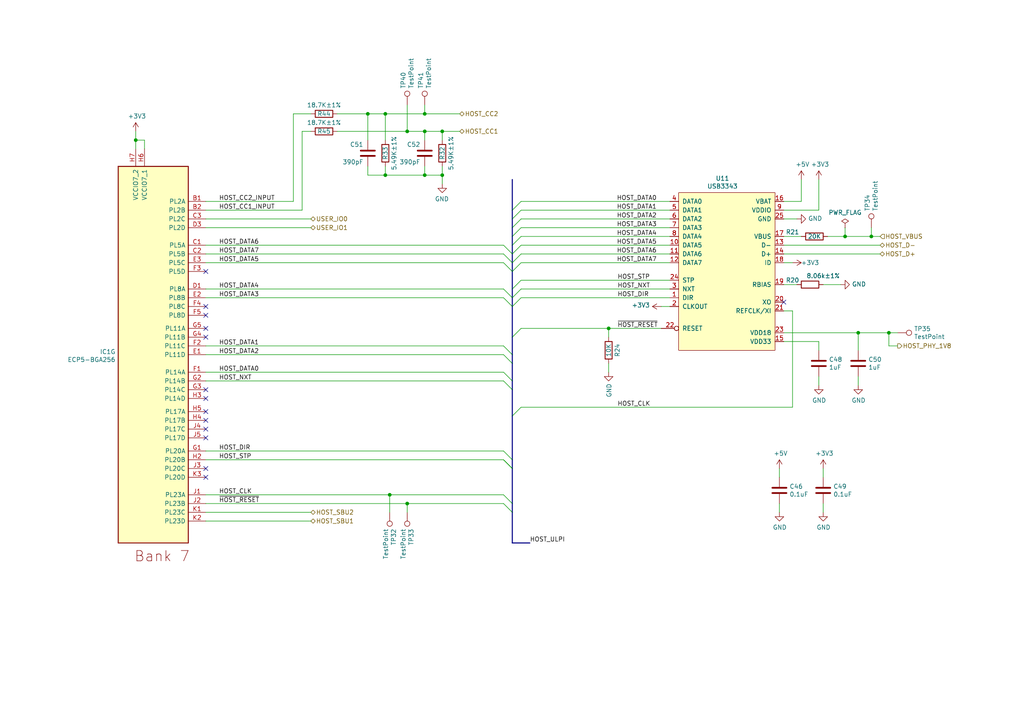
<source format=kicad_sch>
(kicad_sch (version 20211123) (generator eeschema)
  (paper "A4")
  (title_block (title "LUNA: Upstream \"Host\" Section") (date "2021-03-10") (rev "r0") (company "Copyright 2019-2021 Great Scott Gadgets") (comment 1 "Katherine J. Temkin") (comment 3 "Licensed under the CERN-OHL-P v2"))
  (lib_symbols
    (symbol "Connector:TestPoint" (pin_numbers hide) (pin_names (offset 0.762) hide)
      (property "Reference" "TP" (at 0 6.858 0))
      (property "Value" "TestPoint" (at 0 5.08 0))
      (symbol "TestPoint_0_1"
        (circle (center 0 3.302) (radius 0.762))
      )
      (symbol "TestPoint_1_1"
        (pin passive line (at 0 0 90) (length 2.54) (name "1") (number "1"))
      )
    )
    (symbol "Device:C" (pin_numbers hide) (pin_names (offset 0.254))
      (property "Reference" "C" (at 0.635 2.54 0))
      (property "Value" "C" (at 0.635 -2.54 0))
      (symbol "C_0_1"
        (polyline (pts (xy -2.032 -0.762) (xy 2.032 -0.762)) (stroke (width 0.508)))
        (polyline (pts (xy -2.032 0.762) (xy 2.032 0.762)) (stroke (width 0.508)))
      )
      (symbol "C_1_1"
        (pin passive line (at 0 3.81 270) (length 2.794) (name "~") (number "1"))
        (pin passive line (at 0 -3.81 90) (length 2.794) (name "~") (number "2"))
      )
    )
    (symbol "Device:R" (pin_numbers hide) (pin_names (offset 0))
      (property "Reference" "R" (at 2.032 0 90))
      (property "Value" "R" (at 0 0 90))
      (symbol "R_0_1"
        (rectangle (start -1.016 -2.54) (end 1.016 2.54) (stroke (width 0.254)))
      )
      (symbol "R_1_1"
        (pin passive line (at 0 3.81 270) (length 1.27) (name "~") (number "1"))
        (pin passive line (at 0 -3.81 90) (length 1.27) (name "~") (number "2"))
      )
    )
    (symbol "fpgas_and_processors:ECP5-BGA256" (pin_names (offset 0.762))
      (property "Reference" "IC" (at -2.54 1.27 0))
      (property "Value" "ECP5-BGA256" (at 10.16 1.27 0))
      (symbol "ECP5-BGA256_1_0"
        (rectangle (start 5.08 0) (end 33.02 -71.12) (stroke (width 0.3048)) (fill (type background)))
      )
      (symbol "ECP5-BGA256_1_1"
        (text "FPGA Supplies" (at 19.05 -76.2 0) (effects (font (size 2.9972 2.9972))))
        (pin power_in line (at 38.1 -2.54 180) (length 5.08) (name "GND_1") (number "A1"))
        (pin power_in line (at 38.1 -5.08 180) (length 5.08) (name "GND_2") (number "A16"))
        (pin power_in line (at 38.1 -10.16 180) (length 5.08) (name "GND_4") (number "D15"))
        (pin power_in line (at 38.1 -7.62 180) (length 5.08) (name "GND_3") (number "D2"))
        (pin power_in line (at 38.1 -12.7 180) (length 5.08) (name "GND_5") (number "F8"))
        (pin power_in line (at 38.1 -15.24 180) (length 5.08) (name "GND_6") (number "F9"))
        (pin power_in line (at 38.1 -20.32 180) (length 5.08) (name "GND_8") (number "G10"))
        (pin power_in line (at 0 -66.04 0) (length 5.08) (name "VCCAUX_1") (number "G11"))
        (pin power_in line (at 0 -2.54 0) (length 5.08) (name "VCC_1") (number "G6"))
        (pin power_in line (at 0 -5.08 0) (length 5.08) (name "VCC_2") (number "G7"))
        (pin power_in line (at 38.1 -17.78 180) (length 5.08) (name "GND_7") (number "G8"))
        (pin power_in line (at 0 -7.62 0) (length 5.08) (name "VCC_3") (number "G9"))
        (pin power_in line (at 38.1 -22.86 180) (length 5.08) (name "GND_9") (number "H1"))
        (pin power_in line (at 38.1 -30.48 180) (length 5.08) (name "GND_12") (number "H10"))
        (pin power_in line (at 38.1 -33.02 180) (length 5.08) (name "GND_13") (number "H16"))
        (pin power_in line (at 38.1 -25.4 180) (length 5.08) (name "GND_10") (number "H8"))
        (pin power_in line (at 38.1 -27.94 180) (length 5.08) (name "GND_11") (number "H9"))
        (pin power_in line (at 38.1 -40.64 180) (length 5.08) (name "GND_16") (number "J10"))
        (pin power_in line (at 38.1 -35.56 180) (length 5.08) (name "GND_14") (number "J8"))
        (pin power_in line (at 38.1 -38.1 180) (length 5.08) (name "GND_15") (number "J9"))
        (pin power_in line (at 38.1 -53.34 180) (length 5.08) (name "GND_21") (number "K10"))
        (pin power_in line (at 38.1 -43.18 180) (length 5.08) (name "GND_17") (number "K6"))
        (pin power_in line (at 38.1 -45.72 180) (length 5.08) (name "GND_18") (number "K7"))
        (pin power_in line (at 38.1 -48.26 180) (length 5.08) (name "GND_19") (number "K8"))
        (pin power_in line (at 38.1 -50.8 180) (length 5.08) (name "GND_20") (number "K9"))
        (pin power_in line (at 0 -15.24 0) (length 5.08) (name "VCC_6") (number "L10"))
        (pin power_in line (at 0 -68.58 0) (length 5.08) (name "VCCAUX_2") (number "L7"))
        (pin power_in line (at 0 -10.16 0) (length 5.08) (name "VCC_4") (number "L8"))
        (pin power_in line (at 0 -12.7 0) (length 5.08) (name "VCC_5") (number "L9"))
        (pin power_in line (at 38.1 -58.42 180) (length 5.08) (name "GND_23") (number "N15"))
        (pin power_in line (at 38.1 -55.88 180) (length 5.08) (name "GND_22") (number "N2"))
        (pin power_in line (at 38.1 -60.96 180) (length 5.08) (name "GND_24") (number "T1"))
        (pin power_in line (at 38.1 -66.04 180) (length 5.08) (name "GND_26") (number "T12"))
        (pin power_in line (at 38.1 -68.58 180) (length 5.08) (name "GND_27") (number "T16"))
        (pin power_in line (at 38.1 -63.5 180) (length 5.08) (name "GND_25") (number "T5"))
      )
      (symbol "ECP5-BGA256_2_1"
        (rectangle (start 0 0) (end 19.05 -74.93) (stroke (width 0.3048)) (fill (type background)))
        (text "Bank 0" (at 10.16 -78.74 0) (effects (font (size 2.9972 2.9972))))
        (pin bidirectional line (at 24.13 -11.43 180) (length 5.08) (name "PT4A") (number "A2"))
        (pin bidirectional line (at 24.13 -16.51 180) (length 5.08) (name "PT6A") (number "A3"))
        (pin bidirectional line (at 24.13 -19.05 180) (length 5.08) (name "PT6B") (number "A4"))
        (pin bidirectional line (at 24.13 -43.18 180) (length 5.08) (name "PT18A") (number "A5"))
        (pin bidirectional line (at 24.13 -45.72 180) (length 5.08) (name "PT18B") (number "A6"))
        (pin bidirectional line (at 24.13 -68.58 180) (length 5.08) (name "PT29A") (number "A7"))
        (pin bidirectional line (at 24.13 -71.12 180) (length 5.08) (name "PT29B") (number "A8"))
        (pin bidirectional line (at 24.13 -13.97 180) (length 5.08) (name "PT4B") (number "B3"))
        (pin bidirectional line (at 24.13 -29.21 180) (length 5.08) (name "PT11B") (number "B4"))
        (pin bidirectional line (at 24.13 -39.37 180) (length 5.08) (name "PT15B") (number "B5"))
        (pin bidirectional line (at 24.13 -55.88 180) (length 5.08) (name "PT22B") (number "B6"))
        (pin bidirectional line (at 24.13 -66.04 180) (length 5.08) (name "PT27B") (number "B7"))
        (pin bidirectional line (at 24.13 -26.67 180) (length 5.08) (name "PT11A") (number "C4"))
        (pin bidirectional line (at 24.13 -36.83 180) (length 5.08) (name "PT15A") (number "C5"))
        (pin bidirectional line (at 24.13 -53.34 180) (length 5.08) (name "PT22A") (number "C6"))
        (pin bidirectional line (at 24.13 -63.5 180) (length 5.08) (name "PT27A") (number "C7"))
        (pin bidirectional line (at 24.13 -24.13 180) (length 5.08) (name "PT9B") (number "D4"))
        (pin bidirectional line (at 24.13 -34.29 180) (length 5.08) (name "PT13B") (number "D5"))
        (pin bidirectional line (at 24.13 -50.8 180) (length 5.08) (name "PT20B") (number "D6"))
        (pin bidirectional line (at 24.13 -60.96 180) (length 5.08) (name "PT24B") (number "D7"))
        (pin bidirectional line (at 24.13 -21.59 180) (length 5.08) (name "PT9A") (number "E4"))
        (pin bidirectional line (at 24.13 -31.75 180) (length 5.08) (name "PT13A") (number "E5"))
        (pin bidirectional line (at 24.13 -48.26 180) (length 5.08) (name "PT20A") (number "E6"))
        (pin bidirectional line (at 24.13 -58.42 180) (length 5.08) (name "PT24A") (number "E7"))
        (pin power_in line (at 7.62 5.08 270) (length 5.08) (name "VCCIO0_1") (number "F6"))
        (pin power_in line (at 5.08 5.08 270) (length 5.08) (name "VCCIO0_2") (number "F7"))
      )
      (symbol "ECP5-BGA256_3_0"
        (rectangle (start 0 0) (end 21.59 -93.98) (stroke (width 0.3048)) (fill (type background)))
      )
      (symbol "ECP5-BGA256_3_1"
        (text "Bank 1" (at 8.89 -96.52 0) (effects (font (size 2.9972 2.9972))))
        (pin bidirectional line (at 26.67 -34.29 180) (length 5.08) (name "PT42B") (number "A10"))
        (pin bidirectional line (at 26.67 -57.15 180) (length 5.08) (name "PT53A") (number "A11"))
        (pin bidirectional line (at 26.67 -59.69 180) (length 5.08) (name "PT53B") (number "A12"))
        (pin bidirectional line (at 26.67 -82.55 180) (length 5.08) (name "PT65A") (number "A13"))
        (pin bidirectional line (at 26.67 -85.09 180) (length 5.08) (name "PT65B") (number "A14"))
        (pin bidirectional line (at 26.67 -90.17 180) (length 5.08) (name "PT67B") (number "A15"))
        (pin bidirectional line (at 26.67 -31.75 180) (length 5.08) (name "PT42A") (number "A9"))
        (pin bidirectional line (at 26.67 -36.83 180) (length 5.08) (name "PT44A") (number "B10"))
        (pin bidirectional line (at 26.67 -46.99 180) (length 5.08) (name "PT49A") (number "B11"))
        (pin bidirectional line (at 26.67 -62.23 180) (length 5.08) (name "PT56A") (number "B12"))
        (pin bidirectional line (at 26.67 -72.39 180) (length 5.08) (name "PT60A") (number "B13"))
        (pin bidirectional line (at 26.67 -87.63 180) (length 5.08) (name "PT67A") (number "B14"))
        (pin bidirectional line (at 26.67 -19.05 180) (length 5.08) (name "PT35B") (number "B8"))
        (pin bidirectional line (at 26.67 -21.59 180) (length 5.08) (name "PT38A") (number "B9"))
        (pin bidirectional line (at 26.67 -39.37 180) (length 5.08) (name "PT44B") (number "C10"))
        (pin bidirectional line (at 26.67 -49.53 180) (length 5.08) (name "PT49B") (number "C11"))
        (pin bidirectional line (at 26.67 -64.77 180) (length 5.08) (name "PT56B") (number "C12"))
        (pin bidirectional line (at 26.67 -74.93 180) (length 5.08) (name "PT60B") (number "C13"))
        (pin bidirectional line (at 26.67 -16.51 180) (length 5.08) (name "PT35A") (number "C8"))
        (pin bidirectional line (at 26.67 -24.13 180) (length 5.08) (name "PT38B") (number "C9"))
        (pin bidirectional line (at 26.67 -41.91 180) (length 5.08) (name "PT47A") (number "D10"))
        (pin bidirectional line (at 26.67 -52.07 180) (length 5.08) (name "PT51A") (number "D11"))
        (pin bidirectional line (at 26.67 -67.31 180) (length 5.08) (name "PT58A") (number "D12"))
        (pin bidirectional line (at 26.67 -77.47 180) (length 5.08) (name "PT62A") (number "D13"))
        (pin bidirectional line (at 26.67 -13.97 180) (length 5.08) (name "PT33B") (number "D8"))
        (pin bidirectional line (at 26.67 -26.67 180) (length 5.08) (name "PT40A") (number "D9"))
        (pin bidirectional line (at 26.67 -44.45 180) (length 5.08) (name "PT47B") (number "E10"))
        (pin bidirectional line (at 26.67 -54.61 180) (length 5.08) (name "PT51B") (number "E11"))
        (pin bidirectional line (at 26.67 -69.85 180) (length 5.08) (name "PT58B") (number "E12"))
        (pin bidirectional line (at 26.67 -80.01 180) (length 5.08) (name "PT62B") (number "E13"))
        (pin bidirectional line (at 26.67 -11.43 180) (length 5.08) (name "PT33A") (number "E8"))
        (pin bidirectional line (at 26.67 -29.21 180) (length 5.08) (name "PT40B") (number "E9"))
        (pin power_in line (at 6.35 5.08 270) (length 5.08) (name "VCCIO1_1") (number "F10"))
        (pin power_in line (at 3.81 5.08 270) (length 5.08) (name "VCCIO1_2") (number "F11"))
      )
      (symbol "ECP5-BGA256_4_1"
        (rectangle (start 0 0) (end 19.05 -93.98) (stroke (width 0.3048)) (fill (type background)))
        (text "Bank 2" (at 10.16 -97.79 0) (effects (font (size 2.9972 2.9972))))
        (pin bidirectional line (at 24.13 -13.97 180) (length 5.08) (name "PR2B") (number "B15"))
        (pin bidirectional line (at 24.13 -11.43 180) (length 5.08) (name "PR2A") (number "B16"))
        (pin bidirectional line (at 24.13 -16.51 180) (length 5.08) (name "PR2C") (number "C14"))
        (pin bidirectional line (at 24.13 -24.13 180) (length 5.08) (name "PR5B") (number "C15"))
        (pin bidirectional line (at 24.13 -21.59 180) (length 5.08) (name "PR5A") (number "C16"))
        (pin bidirectional line (at 24.13 -19.05 180) (length 5.08) (name "PR2D") (number "D14"))
        (pin bidirectional line (at 24.13 -31.75 180) (length 5.08) (name "PR8A") (number "D16"))
        (pin bidirectional line (at 24.13 -26.67 180) (length 5.08) (name "PR5C") (number "E14"))
        (pin bidirectional line (at 24.13 -34.29 180) (length 5.08) (name "PR8B") (number "E15"))
        (pin bidirectional line (at 24.13 -49.53 180) (length 5.08) (name "PR11D") (number "E16"))
        (pin bidirectional line (at 24.13 -39.37 180) (length 5.08) (name "PR8D") (number "F12"))
        (pin bidirectional line (at 24.13 -36.83 180) (length 5.08) (name "PR8C") (number "F13"))
        (pin bidirectional line (at 24.13 -29.21 180) (length 5.08) (name "PR5D") (number "F14"))
        (pin bidirectional line (at 24.13 -46.99 180) (length 5.08) (name "PR11C") (number "F15"))
        (pin bidirectional line (at 24.13 -52.07 180) (length 5.08) (name "PR14A") (number "F16"))
        (pin bidirectional line (at 24.13 -41.91 180) (length 5.08) (name "PR11A") (number "G12"))
        (pin bidirectional line (at 24.13 -44.45 180) (length 5.08) (name "PR11B") (number "G13"))
        (pin bidirectional line (at 24.13 -57.15 180) (length 5.08) (name "PR14C") (number "G14"))
        (pin bidirectional line (at 24.13 -54.61 180) (length 5.08) (name "PR14B") (number "G15"))
        (pin bidirectional line (at 24.13 -72.39 180) (length 5.08) (name "PR20A") (number "G16"))
        (pin power_in line (at 3.81 5.08 270) (length 5.08) (name "VCCIO2_1") (number "H11"))
        (pin bidirectional line (at 24.13 -62.23 180) (length 5.08) (name "PR17A") (number "H12"))
        (pin bidirectional line (at 24.13 -64.77 180) (length 5.08) (name "PR17B") (number "H13"))
        (pin bidirectional line (at 24.13 -59.69 180) (length 5.08) (name "PR14D") (number "H14"))
        (pin bidirectional line (at 24.13 -74.93 180) (length 5.08) (name "PR20B") (number "H15"))
        (pin power_in line (at 6.35 5.08 270) (length 5.08) (name "VCCIO2_2") (number "J11"))
        (pin bidirectional line (at 24.13 -69.85 180) (length 5.08) (name "PR17D") (number "J12"))
        (pin bidirectional line (at 24.13 -67.31 180) (length 5.08) (name "PR17C") (number "J13"))
        (pin bidirectional line (at 24.13 -77.47 180) (length 5.08) (name "PR20C") (number "J14"))
        (pin bidirectional line (at 24.13 -85.09 180) (length 5.08) (name "PR23B") (number "J15"))
        (pin bidirectional line (at 24.13 -82.55 180) (length 5.08) (name "PR23A") (number "J16"))
        (pin bidirectional line (at 24.13 -80.01 180) (length 5.08) (name "PR20D") (number "K14"))
        (pin bidirectional line (at 24.13 -90.17 180) (length 5.08) (name "PR23D") (number "K15"))
        (pin bidirectional line (at 24.13 -87.63 180) (length 5.08) (name "PR23C") (number "K16"))
      )
      (symbol "ECP5-BGA256_5_0"
        (rectangle (start 0 0) (end 20.32 -91.44) (stroke (width 0.3048)) (fill (type background)))
      )
      (symbol "ECP5-BGA256_5_1"
        (text "Bank 3" (at 15.24 -96.52 0) (effects (font (size 2.9972 2.9972))))
        (pin power_in line (at 3.81 5.08 270) (length 5.08) (name "VCCIO3_1") (number "K11"))
        (pin bidirectional line (at 25.4 -22.86 180) (length 5.08) (name "PR29B") (number "K12"))
        (pin bidirectional line (at 25.4 -20.32 180) (length 5.08) (name "PR29A") (number "K13"))
        (pin power_in line (at 6.35 5.08 270) (length 5.08) (name "VCCIO3_2") (number "L11"))
        (pin bidirectional line (at 25.4 -27.94 180) (length 5.08) (name "PR29D") (number "L12"))
        (pin bidirectional line (at 25.4 -25.4 180) (length 5.08) (name "PR29C") (number "L13"))
        (pin bidirectional line (at 25.4 -35.56 180) (length 5.08) (name "PR32C") (number "L14"))
        (pin bidirectional line (at 25.4 -12.7 180) (length 5.08) (name "PR26B") (number "L15"))
        (pin bidirectional line (at 25.4 -10.16 180) (length 5.08) (name "PR26A") (number "L16"))
        (pin bidirectional line (at 25.4 -81.28 180) (length 5.08) (name "PR47A") (number "M11"))
        (pin bidirectional line (at 25.4 -76.2 180) (length 5.08) (name "PR44C") (number "M12"))
        (pin bidirectional line (at 25.4 -45.72 180) (length 5.08) (name "PR35C") (number "M13"))
        (pin bidirectional line (at 25.4 -38.1 180) (length 5.08) (name "PR32D") (number "M14"))
        (pin bidirectional line (at 25.4 -17.78 180) (length 5.08) (name "PR26D") (number "M15"))
        (pin bidirectional line (at 25.4 -15.24 180) (length 5.08) (name "PR26C") (number "M16"))
        (pin bidirectional line (at 25.4 -83.82 180) (length 5.08) (name "PR47B") (number "N11"))
        (pin bidirectional line (at 25.4 -78.74 180) (length 5.08) (name "PR44D") (number "N12"))
        (pin bidirectional line (at 25.4 -50.8 180) (length 5.08) (name "PR38A") (number "N13"))
        (pin bidirectional line (at 25.4 -48.26 180) (length 5.08) (name "PR35D") (number "N14"))
        (pin bidirectional line (at 25.4 -30.48 180) (length 5.08) (name "PR32A") (number "N16"))
        (pin bidirectional line (at 25.4 -86.36 180) (length 5.08) (name "PR47C") (number "P11"))
        (pin bidirectional line (at 25.4 -88.9 180) (length 5.08) (name "PR47D") (number "P12"))
        (pin bidirectional line (at 25.4 -60.96 180) (length 5.08) (name "PR41A") (number "P13"))
        (pin bidirectional line (at 25.4 -53.34 180) (length 5.08) (name "PR38B") (number "P14"))
        (pin bidirectional line (at 25.4 -33.02 180) (length 5.08) (name "PR32B") (number "P15"))
        (pin bidirectional line (at 25.4 -40.64 180) (length 5.08) (name "PR35A") (number "P16"))
        (pin bidirectional line (at 25.4 -71.12 180) (length 5.08) (name "PR44A") (number "R12"))
        (pin bidirectional line (at 25.4 -66.04 180) (length 5.08) (name "PR41C") (number "R13"))
        (pin bidirectional line (at 25.4 -63.5 180) (length 5.08) (name "PR41B") (number "R14"))
        (pin bidirectional line (at 25.4 -55.88 180) (length 5.08) (name "PR38C") (number "R15"))
        (pin bidirectional line (at 25.4 -43.18 180) (length 5.08) (name "PR35B") (number "R16"))
        (pin bidirectional line (at 25.4 -73.66 180) (length 5.08) (name "PR44B") (number "T13"))
        (pin bidirectional line (at 25.4 -68.58 180) (length 5.08) (name "PR41D") (number "T14"))
        (pin bidirectional line (at 25.4 -58.42 180) (length 5.08) (name "PR38D") (number "T15"))
      )
      (symbol "ECP5-BGA256_6_1"
        (rectangle (start 0 0) (end 19.05 -106.68) (stroke (width 0.3048)) (fill (type background)))
        (text "Bank 6" (at 11.43 -110.49 0) (effects (font (size 2.9972 2.9972))))
        (pin power_in line (at 3.81 5.08 270) (length 5.08) (name "VCCIO6_1") (number "J6"))
        (pin power_in line (at 6.35 5.08 270) (length 5.08) (name "VCCIO6_2") (number "J7"))
        (pin bidirectional line (at 24.13 -25.4 180) (length 5.08) (name "PL29A") (number "K4"))
        (pin bidirectional line (at 24.13 -27.94 180) (length 5.08) (name "PL29B") (number "K5"))
        (pin bidirectional line (at 24.13 -13.97 180) (length 5.08) (name "PL26A") (number "L1"))
        (pin bidirectional line (at 24.13 -16.51 180) (length 5.08) (name "PL26B") (number "L2"))
        (pin bidirectional line (at 24.13 -41.91 180) (length 5.08) (name "PL32C") (number "L3"))
        (pin bidirectional line (at 24.13 -30.48 180) (length 5.08) (name "PL29C") (number "L4"))
        (pin bidirectional line (at 24.13 -33.02 180) (length 5.08) (name "PL29D") (number "L5"))
        (pin bidirectional line (at 24.13 -19.05 180) (length 5.08) (name "PL26C") (number "M1"))
        (pin bidirectional line (at 24.13 -21.59 180) (length 5.08) (name "PL26D") (number "M2"))
        (pin bidirectional line (at 24.13 -44.45 180) (length 5.08) (name "PL32D") (number "M3"))
        (pin bidirectional line (at 24.13 -53.34 180) (length 5.08) (name "PL35C") (number "M4"))
        (pin bidirectional line (at 24.13 -78.74 180) (length 5.08) (name "PL44C") (number "M5"))
        (pin bidirectional line (at 24.13 -96.52 180) (length 5.08) (name "PL47A") (number "M6"))
        (pin bidirectional line (at 24.13 -36.83 180) (length 5.08) (name "PL32A") (number "N1"))
        (pin bidirectional line (at 24.13 -55.88 180) (length 5.08) (name "PL35D") (number "N3"))
        (pin bidirectional line (at 24.13 -60.96 180) (length 5.08) (name "PL38A") (number "N4"))
        (pin bidirectional line (at 24.13 -81.28 180) (length 5.08) (name "PL44D") (number "N5"))
        (pin bidirectional line (at 24.13 -99.06 180) (length 5.08) (name "PL47B") (number "N6"))
        (pin bidirectional line (at 24.13 -48.26 180) (length 5.08) (name "PL35A") (number "P1"))
        (pin bidirectional line (at 24.13 -39.37 180) (length 5.08) (name "PL32B") (number "P2"))
        (pin bidirectional line (at 24.13 -63.5 180) (length 5.08) (name "PL38B") (number "P3"))
        (pin bidirectional line (at 24.13 -85.09 180) (length 5.08) (name "PL41A") (number "P4"))
        (pin bidirectional line (at 24.13 -101.6 180) (length 5.08) (name "PL47D") (number "P5"))
        (pin bidirectional line (at 24.13 -104.14 180) (length 5.08) (name "PL47C") (number "P6"))
        (pin bidirectional line (at 24.13 -50.8 180) (length 5.08) (name "PL35B") (number "R1"))
        (pin bidirectional line (at 24.13 -66.04 180) (length 5.08) (name "PL38C") (number "R2"))
        (pin bidirectional line (at 24.13 -87.63 180) (length 5.08) (name "PL41B") (number "R3"))
        (pin bidirectional line (at 24.13 -90.17 180) (length 5.08) (name "PL41C") (number "R4"))
        (pin bidirectional line (at 24.13 -73.66 180) (length 5.08) (name "PL44A") (number "R5"))
        (pin bidirectional line (at 24.13 -68.58 180) (length 5.08) (name "PL38D") (number "T2"))
        (pin bidirectional line (at 24.13 -92.71 180) (length 5.08) (name "PL41D") (number "T3"))
        (pin bidirectional line (at 24.13 -76.2 180) (length 5.08) (name "PL44B") (number "T4"))
      )
      (symbol "ECP5-BGA256_7_1"
        (rectangle (start 0 0) (end 20.32 -109.22) (stroke (width 0.3048)) (fill (type background)))
        (text "Bank 7" (at 12.7 -113.03 0) (effects (font (size 2.9972 2.9972))))
        (pin bidirectional line (at 25.4 -10.16 180) (length 5.08) (name "PL2A") (number "B1"))
        (pin bidirectional line (at 25.4 -12.7 180) (length 5.08) (name "PL2B") (number "B2"))
        (pin bidirectional line (at 25.4 -22.86 180) (length 5.08) (name "PL5A") (number "C1"))
        (pin bidirectional line (at 25.4 -25.4 180) (length 5.08) (name "PL5B") (number "C2"))
        (pin bidirectional line (at 25.4 -15.24 180) (length 5.08) (name "PL2C") (number "C3"))
        (pin bidirectional line (at 25.4 -35.56 180) (length 5.08) (name "PL8A") (number "D1"))
        (pin bidirectional line (at 25.4 -17.78 180) (length 5.08) (name "PL2D") (number "D3"))
        (pin bidirectional line (at 25.4 -54.61 180) (length 5.08) (name "PL11D") (number "E1"))
        (pin bidirectional line (at 25.4 -38.1 180) (length 5.08) (name "PL8B") (number "E2"))
        (pin bidirectional line (at 25.4 -27.94 180) (length 5.08) (name "PL5C") (number "E3"))
        (pin bidirectional line (at 25.4 -59.69 180) (length 5.08) (name "PL14A") (number "F1"))
        (pin bidirectional line (at 25.4 -52.07 180) (length 5.08) (name "PL11C") (number "F2"))
        (pin bidirectional line (at 25.4 -30.48 180) (length 5.08) (name "PL5D") (number "F3"))
        (pin bidirectional line (at 25.4 -40.64 180) (length 5.08) (name "PL8C") (number "F4"))
        (pin bidirectional line (at 25.4 -43.18 180) (length 5.08) (name "PL8D") (number "F5"))
        (pin bidirectional line (at 25.4 -82.55 180) (length 5.08) (name "PL20A") (number "G1"))
        (pin bidirectional line (at 25.4 -62.23 180) (length 5.08) (name "PL14B") (number "G2"))
        (pin bidirectional line (at 25.4 -64.77 180) (length 5.08) (name "PL14C") (number "G3"))
        (pin bidirectional line (at 25.4 -49.53 180) (length 5.08) (name "PL11B") (number "G4"))
        (pin bidirectional line (at 25.4 -46.99 180) (length 5.08) (name "PL11A") (number "G5"))
        (pin bidirectional line (at 25.4 -85.09 180) (length 5.08) (name "PL20B") (number "H2"))
        (pin bidirectional line (at 25.4 -67.31 180) (length 5.08) (name "PL14D") (number "H3"))
        (pin bidirectional line (at 25.4 -73.66 180) (length 5.08) (name "PL17B") (number "H4"))
        (pin bidirectional line (at 25.4 -71.12 180) (length 5.08) (name "PL17A") (number "H5"))
        (pin power_in line (at 7.62 5.08 270) (length 5.08) (name "VCCIO7_1") (number "H6"))
        (pin power_in line (at 5.08 5.08 270) (length 5.08) (name "VCCIO7_2") (number "H7"))
        (pin bidirectional line (at 25.4 -95.25 180) (length 5.08) (name "PL23A") (number "J1"))
        (pin bidirectional line (at 25.4 -97.79 180) (length 5.08) (name "PL23B") (number "J2"))
        (pin bidirectional line (at 25.4 -87.63 180) (length 5.08) (name "PL20C") (number "J3"))
        (pin bidirectional line (at 25.4 -76.2 180) (length 5.08) (name "PL17C") (number "J4"))
        (pin bidirectional line (at 25.4 -78.74 180) (length 5.08) (name "PL17D") (number "J5"))
        (pin bidirectional line (at 25.4 -100.33 180) (length 5.08) (name "PL23C") (number "K1"))
        (pin bidirectional line (at 25.4 -102.87 180) (length 5.08) (name "PL23D") (number "K2"))
        (pin bidirectional line (at 25.4 -90.17 180) (length 5.08) (name "PL20D") (number "K3"))
      )
      (symbol "ECP5-BGA256_8_0"
        (text "(Config)" (at 13.97 -97.79 0) (effects (font (size 2.9972 2.9972))))
        (text "Bank 8" (at 13.97 -92.71 0) (effects (font (size 2.9972 2.9972))))
      )
      (symbol "ECP5-BGA256_8_1"
        (rectangle (start 0 0) (end 21.59 -88.9) (stroke (width 0.3048)) (fill (type background)))
        (pin power_in line (at 5.08 5.08 270) (length 5.08) (name "VCCIO8") (number "L6"))
        (pin output line (at 26.67 -57.15 180) (length 5.08) (name "TDO") (number "M10"))
        (pin bidirectional line (at 26.67 -24.13 180) (length 5.08) (name "D2/PB9B") (number "M7"))
        (pin bidirectional line (at 26.67 -39.37 180) (length 5.08) (name "DOUT/CSON/PB15B") (number "M8"))
        (pin bidirectional line (at 26.67 -41.91 180) (length 5.08) (name "WRITEEN/PB18A") (number "M9"))
        (pin input line (at 26.67 -68.58 180) (length 5.08) (name "CFG_0") (number "N10"))
        (pin bidirectional line (at 26.67 -21.59 180) (length 5.08) (name "D3/PB9A") (number "N7"))
        (pin bidirectional line (at 26.67 -36.83 180) (length 5.08) (name "HOLDN/DI/PB15A") (number "N8"))
        (pin bidirectional line (at 26.67 -63.5 180) (length 5.08) (name "MCLK/SCLK/CCLK") (number "N9"))
        (pin input line (at 26.67 -71.12 180) (length 5.08) (name "CFG_1") (number "P10"))
        (pin bidirectional line (at 26.67 -19.05 180) (length 5.08) (name "D4/COPI2/PB6B") (number "P7"))
        (pin bidirectional line (at 26.67 -34.29 180) (length 5.08) (name "CS1N/PB13B") (number "P8"))
        (pin bidirectional line (at 26.67 -80.01 180) (length 5.08) (name "DONE") (number "P9"))
        (pin input line (at 26.67 -73.66 180) (length 5.08) (name "CFG_2") (number "R10"))
        (pin input line (at 26.67 -54.61 180) (length 5.08) (name "TDI") (number "R11"))
        (pin bidirectional line (at 26.67 -13.97 180) (length 5.08) (name "D6/PB4B") (number "R6"))
        (pin bidirectional line (at 26.67 -16.51 180) (length 5.08) (name "D5/CIPO2/PB6A") (number "R7"))
        (pin bidirectional line (at 26.67 -31.75 180) (length 5.08) (name "SN/CSN/PB13A") (number "R8"))
        (pin bidirectional line (at 26.67 -85.09 180) (length 5.08) (name "PROGRAMN") (number "R9"))
        (pin input line (at 26.67 -52.07 180) (length 5.08) (name "TCK") (number "T10"))
        (pin input line (at 26.67 -49.53 180) (length 5.08) (name "TMS") (number "T11"))
        (pin bidirectional line (at 26.67 -11.43 180) (length 5.08) (name "D7/PB4A") (number "T6"))
        (pin bidirectional line (at 26.67 -26.67 180) (length 5.08) (name "D1/COPI/PB11A") (number "T7"))
        (pin bidirectional line (at 26.67 -29.21 180) (length 5.08) (name "D0/COPI/PB11B") (number "T8"))
        (pin bidirectional line (at 26.67 -82.55 180) (length 5.08) (name "INITN") (number "T9"))
      )
    )
    (symbol "power:+3V3" (power) (pin_names (offset 0))
      (property "Value" "+3V3" (at 0 3.556 0))
      (symbol "+3V3_0_1"
        (polyline (pts (xy -0.762 1.27) (xy 0 2.54)))
        (polyline (pts (xy 0 0) (xy 0 2.54)))
        (polyline (pts (xy 0 2.54) (xy 0.762 1.27)))
      )
      (symbol "+3V3_1_1"
        (pin power_in line (at 0 0 90) (length 0) hide (name "+3V3") (number "1"))
      )
    )
    (symbol "power:+5V" (power) (pin_names (offset 0))
      (property "Value" "+5V" (at 0 3.556 0))
      (symbol "+5V_0_1"
        (polyline (pts (xy -0.762 1.27) (xy 0 2.54)))
        (polyline (pts (xy 0 0) (xy 0 2.54)))
        (polyline (pts (xy 0 2.54) (xy 0.762 1.27)))
      )
      (symbol "+5V_1_1"
        (pin power_in line (at 0 0 90) (length 0) hide (name "+5V") (number "1"))
      )
    )
    (symbol "power:GND" (power) (pin_names (offset 0))
      (property "Value" "GND" (at 0 -3.81 0))
      (symbol "GND_0_1"
        (polyline (pts (xy 0 0) (xy 0 -1.27) (xy 1.27 -1.27) (xy 0 -2.54) (xy -1.27 -1.27) (xy 0 -1.27)))
      )
      (symbol "GND_1_1"
        (pin power_in line (at 0 0 270) (length 0) hide (name "GND") (number "1"))
      )
    )
    (symbol "power:PWR_FLAG" (power) (pin_numbers hide) (pin_names (offset 0) hide)
      (property "Value" "PWR_FLAG" (at 0 3.81 0))
      (symbol "PWR_FLAG_0_0"
        (pin power_out line (at 0 0 90) (length 0) (name "pwr") (number "1"))
      )
      (symbol "PWR_FLAG_0_1"
        (polyline (pts (xy 0 0) (xy 0 1.27) (xy -1.016 1.905) (xy 0 2.54) (xy 1.016 1.905) (xy 0 1.27)))
      )
    )
    (symbol "usb:USB3343" (pin_names (offset 1.016))
      (property "Reference" "U" (at 3.81 -46.99 0))
      (property "Value" "USB3343" (at 25.4 -46.99 0))
      (symbol "USB3343_0_1"
        (rectangle (start 2.54 0) (end 30.48 -45.72) (fill (type background)))
      )
      (symbol "USB3343_1_1"
        (pin output line (at 0 -30.48 0) (length 2.54) (name "DIR") (number "1"))
        (pin bidirectional line (at 0 -15.24 0) (length 2.54) (name "DATA5") (number "10"))
        (pin bidirectional line (at 0 -17.78 0) (length 2.54) (name "DATA6") (number "11"))
        (pin bidirectional line (at 0 -20.32 0) (length 2.54) (name "DATA7") (number "12"))
        (pin bidirectional line (at 33.02 -15.24 180) (length 2.54) (name "D-") (number "13"))
        (pin bidirectional line (at 33.02 -17.78 180) (length 2.54) (name "D+") (number "14"))
        (pin power_out line (at 33.02 -43.18 180) (length 2.54) (name "VDD33") (number "15"))
        (pin power_in line (at 33.02 -2.54 180) (length 2.54) (name "VBAT") (number "16"))
        (pin bidirectional line (at 33.02 -12.7 180) (length 2.54) (name "VBUS") (number "17"))
        (pin input line (at 33.02 -20.32 180) (length 2.54) (name "ID") (number "18"))
        (pin input line (at 33.02 -26.67 180) (length 2.54) (name "RBIAS") (number "19"))
        (pin passive line (at 0 -33.02 0) (length 2.54) (name "CLKOUT") (number "2"))
        (pin output line (at 33.02 -31.75 180) (length 2.54) (name "XO") (number "20"))
        (pin input line (at 33.02 -34.29 180) (length 2.54) (name "REFCLK/XI") (number "21"))
        (pin input inverted (at -2.54 -39.37 0) (length 5.08) (name "RESET") (number "22"))
        (pin power_out line (at 33.02 -40.64 180) (length 2.54) (name "VDD18") (number "23"))
        (pin input line (at 0 -25.4 0) (length 2.54) (name "STP") (number "24"))
        (pin power_in line (at 33.02 -7.62 180) (length 2.54) (name "GND") (number "25"))
        (pin output line (at 0 -27.94 0) (length 2.54) (name "NXT") (number "3"))
        (pin bidirectional line (at 0 -2.54 0) (length 2.54) (name "DATA0") (number "4"))
        (pin bidirectional line (at 0 -5.08 0) (length 2.54) (name "DATA1") (number "5"))
        (pin bidirectional line (at 0 -7.62 0) (length 2.54) (name "DATA2") (number "6"))
        (pin bidirectional line (at 0 -10.16 0) (length 2.54) (name "DATA3") (number "7"))
        (pin bidirectional line (at 0 -12.7 0) (length 2.54) (name "DATA4") (number "8"))
        (pin power_in line (at 33.02 -5.08 180) (length 2.54) (name "VDDIO") (number "9"))
      )
    )
  )
  (junction (at 252.73 68.58))
  (junction (at 111.76 50.8))
  (junction (at 118.11 146.05))
  (junction (at 176.53 95.25))
  (junction (at 113.03 143.51))
  (junction (at 128.27 50.8))
  (junction (at 39.37 40.64))
  (junction (at 123.19 33.02))
  (junction (at 123.19 50.8))
  (junction (at 106.68 33.02))
  (junction (at 248.92 96.52))
  (junction (at 118.11 38.1))
  (junction (at 257.81 96.52))
  (junction (at 111.76 33.02))
  (junction (at 128.27 38.1))
  (junction (at 123.19 38.1))
  (junction (at 245.11 68.58))
  (no_connect (at 59.69 97.79))
  (no_connect (at 59.69 121.92))
  (no_connect (at 59.69 91.44))
  (no_connect (at 59.69 88.9))
  (no_connect (at 59.69 113.03))
  (no_connect (at 59.69 95.25))
  (no_connect (at 59.69 115.57))
  (no_connect (at 59.69 119.38))
  (no_connect (at 59.69 135.89))
  (no_connect (at 59.69 124.46))
  (no_connect (at 59.69 78.74))
  (no_connect (at 59.69 138.43))
  (no_connect (at 59.69 127))
  (no_connect (at 227.33 87.63))
  (bus_entry (at 146.05 146.05) (size 2.54 2.54))
  (bus_entry (at 148.59 88.9) (size 2.54 -2.54))
  (bus_entry (at 148.59 66.04) (size 2.54 -2.54))
  (bus_entry (at 146.05 133.35) (size 2.54 2.54))
  (bus_entry (at 146.05 83.82) (size 2.54 2.54))
  (bus_entry (at 146.05 143.51) (size 2.54 2.54))
  (bus_entry (at 151.13 95.25) (size -2.54 2.54))
  (bus_entry (at 146.05 71.12) (size 2.54 2.54))
  (bus_entry (at 148.59 78.74) (size 2.54 -2.54))
  (bus_entry (at 148.59 83.82) (size 2.54 -2.54))
  (bus_entry (at 148.59 120.65) (size 2.54 -2.54))
  (bus_entry (at 146.05 102.87) (size 2.54 2.54))
  (bus_entry (at 146.05 76.2) (size 2.54 2.54))
  (bus_entry (at 148.59 86.36) (size 2.54 -2.54))
  (bus_entry (at 146.05 133.35) (size 2.54 2.54))
  (bus_entry (at 148.59 71.12) (size 2.54 -2.54))
  (bus_entry (at 146.05 73.66) (size 2.54 2.54))
  (bus_entry (at 146.05 100.33) (size 2.54 2.54))
  (bus_entry (at 146.05 86.36) (size 2.54 2.54))
  (bus_entry (at 146.05 107.95) (size 2.54 2.54))
  (bus_entry (at 148.59 68.58) (size 2.54 -2.54))
  (bus_entry (at 146.05 110.49) (size 2.54 2.54))
  (bus_entry (at 148.59 73.66) (size 2.54 -2.54))
  (bus_entry (at 146.05 130.81) (size 2.54 2.54))
  (bus_entry (at 151.13 58.42) (size -2.54 2.54))
  (bus_entry (at 148.59 76.2) (size 2.54 -2.54))
  (bus_entry (at 148.59 63.5) (size 2.54 -2.54))
  (wire (pts (xy 248.92 111.76) (xy 248.92 109.22)))
  (bus (pts (xy 148.59 52.07) (xy 148.59 60.96)))
  (wire (pts (xy 90.17 148.59) (xy 59.69 148.59)))
  (wire (pts (xy 123.19 30.48) (xy 123.19 33.02)))
  (bus (pts (xy 148.59 78.74) (xy 148.59 83.82)))
  (wire (pts (xy 111.76 40.64) (xy 111.76 33.02)))
  (wire (pts (xy 59.69 71.12) (xy 146.05 71.12)))
  (bus (pts (xy 148.59 76.2) (xy 148.59 78.74)))
  (wire (pts (xy 146.05 86.36) (xy 59.69 86.36)))
  (bus (pts (xy 148.59 97.79) (xy 148.59 102.87)))
  (wire (pts (xy 85.09 58.42) (xy 85.09 33.02)))
  (wire (pts (xy 59.69 66.04) (xy 90.17 66.04)))
  (wire (pts (xy 252.73 68.58) (xy 255.27 68.58)))
  (wire (pts (xy 90.17 63.5) (xy 59.69 63.5)))
  (wire (pts (xy 118.11 146.05) (xy 118.11 148.59)))
  (wire (pts (xy 59.69 130.81) (xy 146.05 130.81)))
  (wire (pts (xy 229.87 118.11) (xy 229.87 90.17)))
  (wire (pts (xy 227.33 99.06) (xy 237.49 99.06)))
  (wire (pts (xy 226.06 135.89) (xy 226.06 138.43)))
  (wire (pts (xy 146.05 73.66) (xy 59.69 73.66)))
  (wire (pts (xy 237.49 60.96) (xy 227.33 60.96)))
  (wire (pts (xy 194.31 68.58) (xy 151.13 68.58)))
  (wire (pts (xy 59.69 83.82) (xy 146.05 83.82)))
  (wire (pts (xy 194.31 88.9) (xy 191.77 88.9)))
  (wire (pts (xy 128.27 50.8) (xy 123.19 50.8)))
  (wire (pts (xy 90.17 33.02) (xy 85.09 33.02)))
  (wire (pts (xy 194.31 66.04) (xy 151.13 66.04)))
  (bus (pts (xy 148.59 83.82) (xy 148.59 86.36)))
  (wire (pts (xy 128.27 50.8) (xy 128.27 53.34)))
  (wire (pts (xy 176.53 97.79) (xy 176.53 95.25)))
  (wire (pts (xy 59.69 133.35) (xy 146.05 133.35)))
  (wire (pts (xy 59.69 143.51) (xy 113.03 143.51)))
  (bus (pts (xy 148.59 120.65) (xy 148.59 133.35)))
  (wire (pts (xy 240.03 68.58) (xy 245.11 68.58)))
  (wire (pts (xy 194.31 63.5) (xy 151.13 63.5)))
  (bus (pts (xy 148.59 68.58) (xy 148.59 71.12)))
  (wire (pts (xy 106.68 33.02) (xy 111.76 33.02)))
  (wire (pts (xy 59.69 60.96) (xy 87.63 60.96)))
  (wire (pts (xy 39.37 43.18) (xy 39.37 40.64)))
  (bus (pts (xy 148.59 133.35) (xy 148.59 135.89)))
  (wire (pts (xy 59.69 100.33) (xy 146.05 100.33)))
  (wire (pts (xy 194.31 58.42) (xy 151.13 58.42)))
  (wire (pts (xy 113.03 143.51) (xy 146.05 143.51)))
  (bus (pts (xy 148.59 86.36) (xy 148.59 88.9)))
  (wire (pts (xy 260.35 100.33) (xy 257.81 100.33)))
  (wire (pts (xy 237.49 111.76) (xy 237.49 109.22)))
  (wire (pts (xy 133.35 33.02) (xy 123.19 33.02)))
  (wire (pts (xy 232.41 68.58) (xy 227.33 68.58)))
  (wire (pts (xy 194.31 81.28) (xy 151.13 81.28)))
  (bus (pts (xy 148.59 60.96) (xy 148.59 63.5)))
  (wire (pts (xy 226.06 146.05) (xy 226.06 148.59)))
  (wire (pts (xy 227.33 58.42) (xy 232.41 58.42)))
  (wire (pts (xy 227.33 76.2) (xy 229.87 76.2)))
  (wire (pts (xy 39.37 40.64) (xy 39.37 38.1)))
  (bus (pts (xy 148.59 71.12) (xy 148.59 73.66)))
  (wire (pts (xy 106.68 50.8) (xy 111.76 50.8)))
  (wire (pts (xy 87.63 38.1) (xy 90.17 38.1)))
  (bus (pts (xy 148.59 110.49) (xy 148.59 113.03)))
  (wire (pts (xy 151.13 83.82) (xy 194.31 83.82)))
  (wire (pts (xy 194.31 76.2) (xy 151.13 76.2)))
  (wire (pts (xy 151.13 118.11) (xy 229.87 118.11)))
  (wire (pts (xy 243.84 82.55) (xy 238.76 82.55)))
  (wire (pts (xy 128.27 38.1) (xy 123.19 38.1)))
  (wire (pts (xy 128.27 48.26) (xy 128.27 50.8)))
  (wire (pts (xy 123.19 33.02) (xy 111.76 33.02)))
  (wire (pts (xy 194.31 73.66) (xy 151.13 73.66)))
  (wire (pts (xy 238.76 146.05) (xy 238.76 148.59)))
  (wire (pts (xy 97.79 38.1) (xy 118.11 38.1)))
  (wire (pts (xy 59.69 151.13) (xy 90.17 151.13)))
  (wire (pts (xy 41.91 40.64) (xy 41.91 43.18)))
  (bus (pts (xy 148.59 135.89) (xy 148.59 146.05)))
  (bus (pts (xy 148.59 148.59) (xy 148.59 157.48)))
  (wire (pts (xy 59.69 107.95) (xy 146.05 107.95)))
  (wire (pts (xy 252.73 66.04) (xy 252.73 68.58)))
  (wire (pts (xy 194.31 60.96) (xy 151.13 60.96)))
  (wire (pts (xy 227.33 63.5) (xy 231.14 63.5)))
  (bus (pts (xy 148.59 66.04) (xy 148.59 68.58)))
  (wire (pts (xy 248.92 96.52) (xy 257.81 96.52)))
  (bus (pts (xy 148.59 63.5) (xy 148.59 66.04)))
  (wire (pts (xy 106.68 33.02) (xy 97.79 33.02)))
  (wire (pts (xy 232.41 58.42) (xy 232.41 52.07)))
  (bus (pts (xy 148.59 102.87) (xy 148.59 105.41)))
  (wire (pts (xy 257.81 96.52) (xy 260.35 96.52)))
  (wire (pts (xy 257.81 100.33) (xy 257.81 96.52)))
  (wire (pts (xy 227.33 73.66) (xy 255.27 73.66)))
  (wire (pts (xy 146.05 76.2) (xy 59.69 76.2)))
  (wire (pts (xy 59.69 146.05) (xy 118.11 146.05)))
  (wire (pts (xy 245.11 66.04) (xy 245.11 68.58)))
  (wire (pts (xy 237.49 99.06) (xy 237.49 101.6)))
  (wire (pts (xy 106.68 40.64) (xy 106.68 33.02)))
  (wire (pts (xy 106.68 48.26) (xy 106.68 50.8)))
  (bus (pts (xy 148.59 113.03) (xy 148.59 120.65)))
  (wire (pts (xy 176.53 95.25) (xy 151.13 95.25)))
  (wire (pts (xy 118.11 38.1) (xy 123.19 38.1)))
  (wire (pts (xy 59.69 102.87) (xy 146.05 102.87)))
  (wire (pts (xy 113.03 143.51) (xy 113.03 148.59)))
  (wire (pts (xy 59.69 110.49) (xy 146.05 110.49)))
  (wire (pts (xy 128.27 40.64) (xy 128.27 38.1)))
  (wire (pts (xy 123.19 50.8) (xy 111.76 50.8)))
  (wire (pts (xy 123.19 48.26) (xy 123.19 50.8)))
  (wire (pts (xy 123.19 40.64) (xy 123.19 38.1)))
  (wire (pts (xy 118.11 30.48) (xy 118.11 38.1)))
  (wire (pts (xy 118.11 146.05) (xy 146.05 146.05)))
  (wire (pts (xy 176.53 107.95) (xy 176.53 105.41)))
  (bus (pts (xy 148.59 157.48) (xy 153.67 157.48)))
  (wire (pts (xy 227.33 71.12) (xy 255.27 71.12)))
  (wire (pts (xy 111.76 50.8) (xy 111.76 48.26)))
  (wire (pts (xy 238.76 135.89) (xy 238.76 138.43)))
  (wire (pts (xy 194.31 71.12) (xy 151.13 71.12)))
  (wire (pts (xy 87.63 60.96) (xy 87.63 38.1)))
  (bus (pts (xy 148.59 73.66) (xy 148.59 76.2)))
  (wire (pts (xy 248.92 101.6) (xy 248.92 96.52)))
  (wire (pts (xy 245.11 68.58) (xy 252.73 68.58)))
  (bus (pts (xy 148.59 88.9) (xy 148.59 97.79)))
  (bus (pts (xy 148.59 146.05) (xy 148.59 148.59)))
  (wire (pts (xy 59.69 58.42) (xy 85.09 58.42)))
  (wire (pts (xy 231.14 82.55) (xy 227.33 82.55)))
  (wire (pts (xy 191.77 95.25) (xy 176.53 95.25)))
  (wire (pts (xy 227.33 96.52) (xy 248.92 96.52)))
  (wire (pts (xy 194.31 86.36) (xy 151.13 86.36)))
  (wire (pts (xy 227.33 90.17) (xy 229.87 90.17)))
  (wire (pts (xy 128.27 38.1) (xy 133.35 38.1)))
  (bus (pts (xy 148.59 105.41) (xy 148.59 110.49)))
  (wire (pts (xy 39.37 40.64) (xy 41.91 40.64)))
  (wire (pts (xy 237.49 52.07) (xy 237.49 60.96)))
  (label "HOST_DATA1" (at 63.5 100.33 0))
  (label "HOST_CC1_INPUT" (at 63.5 60.96 0))
  (label "~{HOST_RESET}" (at 63.5 146.05 0))
  (label "~{HOST_RESET}" (at 179.07 95.25 0))
  (label "HOST_DIR" (at 179.07 86.36 0))
  (label "HOST_STP" (at 179.07 81.28 0))
  (label "HOST_DATA5" (at 63.5 76.2 0))
  (label "HOST_DATA7" (at 190.5 76.2 180))
  (label "HOST_DATA6" (at 190.5 73.66 180))
  (label "HOST_STP" (at 63.5 133.35 0))
  (label "HOST_DIR" (at 63.5 130.81 0))
  (label "HOST_DATA7" (at 63.5 73.66 0))
  (label "HOST_DATA3" (at 63.5 86.36 0))
  (label "HOST_CLK" (at 63.5 143.51 0))
  (label "HOST_CLK" (at 179.07 118.11 0))
  (label "HOST_DATA3" (at 190.5 66.04 180))
  (label "HOST_DATA6" (at 63.5 71.12 0))
  (label "HOST_DATA2" (at 63.5 102.87 0))
  (label "HOST_DATA0" (at 63.5 107.95 0))
  (label "HOST_DATA1" (at 190.5 60.96 180))
  (label "HOST_DATA4" (at 63.5 83.82 0))
  (label "HOST_ULPI" (at 153.67 157.48 0))
  (label "HOST_DATA4" (at 190.5 68.58 180))
  (label "HOST_DATA2" (at 190.5 63.5 180))
  (label "HOST_DATA5" (at 190.5 71.12 180))
  (label "HOST_NXT" (at 179.07 83.82 0))
  (label "HOST_NXT" (at 63.5 110.49 0))
  (label "HOST_CC2_INPUT" (at 63.5 58.42 0))
  (label "HOST_DATA0" (at 190.5 58.42 180))
  (hierarchical_label "HOST_D-" (shape bidirectional) (at 255.27 71.12 0))
  (hierarchical_label "HOST_PHY_1V8" (shape output) (at 260.35 100.33 0))
  (hierarchical_label "HOST_SBU1" (shape bidirectional) (at 90.17 151.13 0))
  (hierarchical_label "HOST_CC1" (shape bidirectional) (at 133.35 38.1 0))
  (hierarchical_label "HOST_CC2" (shape bidirectional) (at 133.35 33.02 0))
  (hierarchical_label "HOST_SBU2" (shape bidirectional) (at 90.17 148.59 0))
  (hierarchical_label "USER_IO0" (shape bidirectional) (at 90.17 63.5 0))
  (hierarchical_label "USER_IO1" (shape bidirectional) (at 90.17 66.04 0))
  (hierarchical_label "HOST_D+" (shape bidirectional) (at 255.27 73.66 0))
  (hierarchical_label "HOST_VBUS" (shape input) (at 255.27 68.58 0))
  (symbol (lib_id "fpgas_and_processors:ECP5-BGA256") (at 34.29 48.26 0) (unit 7)
    (property "Reference" "IC1" (at 33.528 102.0318 0) (effects (justify right)))
    (property "Value" "ECP5-BGA256" (at 33.528 104.3178 0) (effects (justify right)))
    (property "Footprint" "luna:lattice_cabga256" (effects hide))
    (property "Description" "FPGA - Field Programmable Gate Array ECP5; 12k LUTs; 1.1V" (effects hide))
    (property "Manufacturer" "Lattice" (effects hide))
    (property "Part Number" "LFE5U-12F-6BG256C" (effects hide))
    (property "Substitution" "LFE5U-12F-*BG256*" (effects hide))
  )
  (symbol (lib_id "power:+3V3") (at 191.77 88.9 90) (unit 1)
    (property "Reference" "#PWR088" (effects hide))
    (property "Value" "+3V3" (at 188.5188 88.519 90) (effects (justify left)))
  )
  (symbol (lib_id "usb:USB3343") (at 194.31 55.88 0) (unit 1)
    (property "Reference" "U11" (at 209.55 51.7398 0))
    (property "Value" "USB3343" (at 209.55 54.0258 0))
    (property "Footprint" "Package_DFN_QFN:VQFN-24-1EP_4x4mm_P0.5mm_EP2.45x2.45mm" (effects hide))
    (property "Datasheet" "http://ww1.microchip.com/downloads/en/DeviceDoc/334x.pdf" (effects hide))
    (property "Description" "IC TRANSCEIVER 1/1 24QFN" (effects hide))
    (property "Manufacturer" "Microchip" (effects hide))
    (property "Part Number" "USB3343-CP" (effects hide))
  )
  (symbol (lib_id "Device:C") (at 237.49 105.41 0) (unit 1)
    (property "Reference" "C48" (at 240.411 104.267 0) (effects (justify left)))
    (property "Value" "1uF" (at 240.411 106.553 0) (effects (justify left)))
    (property "Footprint" "Capacitor_SMD:C_0603_1608Metric" (effects hide))
    (property "Part Number" "GENERIC-CAP-0603-1uF" (effects hide))
    (property "Substitution" "any equivalent" (effects hide))
  )
  (symbol (lib_id "power:GND") (at 237.49 111.76 0) (unit 1)
    (property "Reference" "#PWR094" (effects hide))
    (property "Value" "GND" (at 237.5916 116.1288 0))
  )
  (symbol (lib_id "Device:C") (at 248.92 105.41 0) (unit 1)
    (property "Reference" "C50" (at 251.841 104.267 0) (effects (justify left)))
    (property "Value" "1uF" (at 251.841 106.553 0) (effects (justify left)))
    (property "Footprint" "Capacitor_SMD:C_0603_1608Metric" (effects hide))
    (property "Part Number" "GENERIC-CAP-0603-1uF" (effects hide))
    (property "Substitution" "any equivalent" (effects hide))
  )
  (symbol (lib_id "power:GND") (at 248.92 111.76 0) (unit 1)
    (property "Reference" "#PWR098" (effects hide))
    (property "Value" "GND" (at 249.0216 116.1288 0))
  )
  (symbol (lib_id "power:GND") (at 231.14 63.5 90) (unit 1)
    (property "Reference" "#PWR091" (effects hide))
    (property "Value" "GND" (at 234.3912 63.373 90) (effects (justify right)))
  )
  (symbol (lib_id "power:+5V") (at 232.41 52.07 0) (unit 1)
    (property "Reference" "#PWR092" (effects hide))
    (property "Value" "+5V" (at 232.7656 47.6758 0))
  )
  (symbol (lib_id "power:+3V3") (at 237.49 52.07 0) (unit 1)
    (property "Reference" "#PWR093" (effects hide))
    (property "Value" "+3V3" (at 237.8456 47.6758 0))
  )
  (symbol (lib_id "Device:R") (at 234.95 82.55 270) (unit 1)
    (property "Reference" "R20" (at 229.87 81.28 90))
    (property "Value" "8.06k±1%" (at 238.76 80.01 90))
    (property "Footprint" "Resistor_SMD:R_0402_1005Metric" (effects hide))
    (property "Description" "RES SMD 8.06K OHM 1% 1/10W 0402" (effects hide))
    (property "Manufacturer" "Panasonic" (effects hide))
    (property "Part Number" "ERJ-2RKF8061X" (effects hide))
    (property "Substitution" "any equivalent" (effects hide))
  )
  (symbol (lib_id "power:GND") (at 243.84 82.55 90) (unit 1)
    (property "Reference" "#PWR097" (effects hide))
    (property "Value" "GND" (at 247.0912 82.423 90) (effects (justify right)))
  )
  (symbol (lib_id "Device:R") (at 236.22 68.58 270) (unit 1)
    (property "Reference" "R21" (at 229.87 67.31 90))
    (property "Value" "20K" (at 236.22 68.58 90))
    (property "Footprint" "Resistor_SMD:R_0402_1005Metric" (effects hide))
    (property "Description" "RES SMD 20K OHM 5% 1/16W 0402" (effects hide))
    (property "Manufacturer" "Yageo" (effects hide))
    (property "Part Number" "RC0402JR-0720KL" (effects hide))
    (property "Substitution" "any equivalent" (effects hide))
  )
  (symbol (lib_id "power:+3V3") (at 39.37 38.1 0) (unit 1)
    (property "Reference" "#PWR087" (effects hide))
    (property "Value" "+3V3" (at 39.7256 33.7058 0))
  )
  (symbol (lib_id "Device:C") (at 226.06 142.24 0) (unit 1)
    (property "Reference" "C46" (at 228.981 141.097 0) (effects (justify left)))
    (property "Value" "0.1uF" (at 228.981 143.383 0) (effects (justify left)))
    (property "Footprint" "Capacitor_SMD:C_0402_1005Metric" (effects hide))
    (property "Part Number" "GENERIC-CAP-0402-0.1uF" (effects hide))
    (property "Substitution" "any equivalent" (effects hide))
  )
  (symbol (lib_id "Device:C") (at 238.76 142.24 0) (unit 1)
    (property "Reference" "C49" (at 241.681 141.097 0) (effects (justify left)))
    (property "Value" "0.1uF" (at 241.681 143.383 0) (effects (justify left)))
    (property "Footprint" "Capacitor_SMD:C_0402_1005Metric" (effects hide))
    (property "Part Number" "GENERIC-CAP-0402-0.1uF" (effects hide))
    (property "Substitution" "any equivalent" (effects hide))
  )
  (symbol (lib_id "power:+5V") (at 226.06 135.89 0) (unit 1)
    (property "Reference" "#PWR089" (effects hide))
    (property "Value" "+5V" (at 226.4156 131.4958 0))
  )
  (symbol (lib_id "power:+3V3") (at 238.76 135.89 0) (unit 1)
    (property "Reference" "#PWR095" (effects hide))
    (property "Value" "+3V3" (at 239.1156 131.4958 0))
  )
  (symbol (lib_id "power:GND") (at 226.06 148.59 0) (unit 1)
    (property "Reference" "#PWR090" (effects hide))
    (property "Value" "GND" (at 226.1616 152.9588 0))
  )
  (symbol (lib_id "power:GND") (at 238.76 148.59 0) (unit 1)
    (property "Reference" "#PWR096" (effects hide))
    (property "Value" "GND" (at 238.8616 152.9588 0))
  )
  (symbol (lib_id "Device:R") (at 176.53 101.6 0) (unit 1)
    (property "Reference" "R24" (at 179.07 101.6 90))
    (property "Value" "10K" (at 176.53 101.6 90))
    (property "Footprint" "Resistor_SMD:R_0402_1005Metric" (effects hide))
    (property "Part Number" "GENERIC-RES-0402-10K" (effects hide))
    (property "Substitution" "any equivalent" (effects hide))
  )
  (symbol (lib_id "power:GND") (at 176.53 107.95 0) (unit 1)
    (property "Reference" "#PWR0109" (effects hide))
    (property "Value" "GND" (at 176.657 111.2012 90) (effects (justify right)))
  )
  (symbol (lib_id "Device:R") (at 93.98 33.02 90) (mirror x) (unit 1)
    (property "Reference" "R44" (at 93.98 33.02 90))
    (property "Value" "18.7K±1%" (at 93.98 30.48 90))
    (property "Footprint" "Resistor_SMD:R_0402_1005Metric" (effects hide))
    (property "Part Number" "ERJ-2RKF1872X" (effects hide))
    (property "Substitution" "any equivalent" (effects hide))
    (property "Description" "RES SMD 18.7K OHM 1% 1/10W 0402" (effects hide))
    (property "Manufacturer" "Panasonic" (effects hide))
  )
  (symbol (lib_id "Device:R") (at 93.98 38.1 90) (mirror x) (unit 1)
    (property "Reference" "R45" (at 93.98 38.1 90))
    (property "Value" "18.7K±1%" (at 93.98 35.56 90))
    (property "Footprint" "Resistor_SMD:R_0402_1005Metric" (effects hide))
    (property "Part Number" "ERJ-2RKF1872X" (effects hide))
    (property "Substitution" "any equivalent" (effects hide))
    (property "Description" "RES SMD 18.7K OHM 1% 1/10W 0402" (effects hide))
    (property "Manufacturer" "Panasonic" (effects hide))
  )
  (symbol (lib_id "Device:C") (at 106.68 44.45 0) (mirror y) (unit 1)
    (property "Reference" "C51" (at 105.41 41.91 0) (effects (justify left)))
    (property "Value" "390pF" (at 105.41 46.99 0) (effects (justify left)))
    (property "Footprint" "Capacitor_SMD:C_0402_1005Metric" (effects hide))
    (property "Part Number" "GENERIC-CAP-0402-390pF" (effects hide))
    (property "Substitution" "any equivalent" (effects hide))
  )
  (symbol (lib_id "power:GND") (at 128.27 53.34 0) (mirror y) (unit 1)
    (property "Reference" "#PWR06" (effects hide))
    (property "Value" "GND" (at 128.1684 57.7088 0))
  )
  (symbol (lib_id "Device:C") (at 123.19 44.45 0) (mirror y) (unit 1)
    (property "Reference" "C52" (at 121.92 41.91 0) (effects (justify left)))
    (property "Value" "390pF" (at 121.92 46.99 0) (effects (justify left)))
    (property "Footprint" "Capacitor_SMD:C_0402_1005Metric" (effects hide))
    (property "Part Number" "GENERIC-CAP-0402-390pF" (effects hide))
    (property "Substitution" "any equivalent" (effects hide))
  )
  (symbol (lib_id "power:+3V3") (at 229.87 76.2 270) (unit 1)
    (property "Reference" "#PWR0128" (effects hide))
    (property "Value" "+3V3" (at 234.95 76.2 90))
  )
  (symbol (lib_id "Connector:TestPoint") (at 118.11 30.48 0) (unit 1)
    (property "Reference" "TP40" (at 116.967 25.7302 90) (effects (justify left)))
    (property "Value" "TestPoint" (at 119.253 25.7302 90) (effects (justify left)))
    (property "Footprint" "TestPoint:TestPoint_Pad_D1.0mm" (effects hide))
    (property "Note" "DNP" (effects hide))
  )
  (symbol (lib_id "Connector:TestPoint") (at 123.19 30.48 0) (unit 1)
    (property "Reference" "TP41" (at 122.047 25.7302 90) (effects (justify left)))
    (property "Value" "TestPoint" (at 124.333 25.7302 90) (effects (justify left)))
    (property "Footprint" "TestPoint:TestPoint_Pad_D1.0mm" (effects hide))
    (property "Note" "DNP" (effects hide))
  )
  (symbol (lib_id "Device:R") (at 128.27 44.45 180) (unit 1)
    (property "Reference" "R32" (at 128.27 44.45 90))
    (property "Value" "5.49K±1%" (at 130.81 44.45 90))
    (property "Footprint" "Resistor_SMD:R_0402_1005Metric" (effects hide))
    (property "Part Number" "ERJ-2RKF5491X" (effects hide))
    (property "Substitution" "any equivalent" (effects hide))
    (property "Description" "RES SMD 5.49K OHM 1% 1/10W 0402" (effects hide))
    (property "Manufacturer" "Panasonic" (effects hide))
  )
  (symbol (lib_id "Device:R") (at 111.76 44.45 180) (unit 1)
    (property "Reference" "R33" (at 111.76 44.45 90))
    (property "Value" "5.49K±1%" (at 114.3 44.45 90))
    (property "Footprint" "Resistor_SMD:R_0402_1005Metric" (effects hide))
    (property "Part Number" "ERJ-2RKF5491X" (effects hide))
    (property "Substitution" "any equivalent" (effects hide))
    (property "Description" "RES SMD 5.49K OHM 1% 1/10W 0402" (effects hide))
    (property "Manufacturer" "Panasonic" (effects hide))
  )
  (symbol (lib_id "power:PWR_FLAG") (at 245.11 66.04 0) (unit 1)
    (property "Reference" "#FLG0106" (effects hide))
    (property "Value" "PWR_FLAG" (at 245.11 61.6458 0))
  )
  (symbol (lib_id "Connector:TestPoint") (at 260.35 96.52 270) (unit 1)
    (property "Reference" "TP35" (at 265.0998 95.377 90) (effects (justify left)))
    (property "Value" "TestPoint" (at 265.0998 97.663 90) (effects (justify left)))
    (property "Footprint" "TestPoint:TestPoint_Pad_D1.0mm" (effects hide))
    (property "Note" "DNP" (effects hide))
  )
  (symbol (lib_id "Connector:TestPoint") (at 252.73 66.04 0) (unit 1)
    (property "Reference" "TP34" (at 251.587 61.2902 90) (effects (justify left)))
    (property "Value" "TestPoint" (at 253.873 61.2902 90) (effects (justify left)))
    (property "Footprint" "TestPoint:TestPoint_Pad_D1.0mm" (effects hide))
    (property "Note" "DNP" (effects hide))
  )
  (symbol (lib_id "Connector:TestPoint") (at 118.11 148.59 180) (unit 1)
    (property "Reference" "TP33" (at 119.253 153.3398 90) (effects (justify left)))
    (property "Value" "TestPoint" (at 116.967 153.3398 90) (effects (justify left)))
    (property "Footprint" "TestPoint:TestPoint_Pad_D1.0mm" (effects hide))
    (property "Note" "DNP" (effects hide))
  )
  (symbol (lib_id "Connector:TestPoint") (at 113.03 148.59 180) (unit 1)
    (property "Reference" "TP32" (at 114.173 153.3398 90) (effects (justify left)))
    (property "Value" "TestPoint" (at 111.887 153.3398 90) (effects (justify left)))
    (property "Footprint" "TestPoint:TestPoint_Pad_D1.0mm" (effects hide))
    (property "Note" "DNP" (effects hide))
  )
)
</source>
